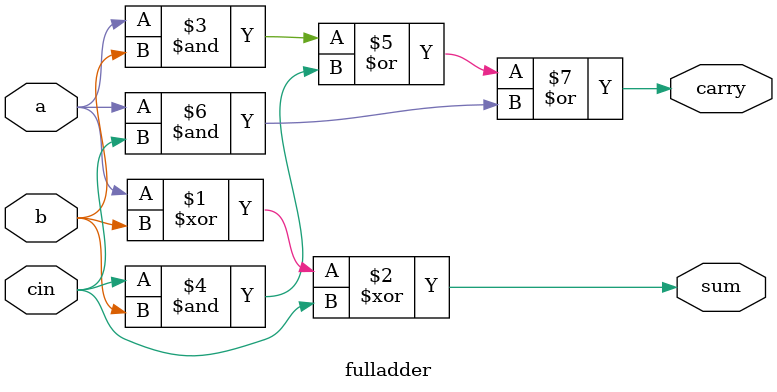
<source format=v>
module csa(x,y,cin,sum,cout);
//port declaration
input [63:0] x,y,cin;
output [63:0] sum;
output cout;
//internal wire declaration            
wire [63:0] c1,s1,c2;
wire cout1;
//gate instantiation
fulladder fa1(x[0],y[0],cin[0],s1[0],c1[0]);
fulladder fa2(x[1],y[1],cin[1],s1[1],c1[1]);
fulladder fa3(x[2],y[2],cin[2],s1[2],c1[2]);
fulladder fa4(x[3],y[3],cin[3],s1[3],c1[3]); 
fulladder fa5(x[4],y[4],cin[4],s1[4],c1[4]);
fulladder fa6(x[5],y[5],cin[5],s1[5],c1[5]);
fulladder fa7(x[6],y[6],cin[6],s1[6],c1[6]);
fulladder fa8(x[7],y[7],cin[7],s1[7],c1[7]);
fulladder fa9(x[8],y[8],cin[8],s1[8],c1[8]);
fulladder fa10(x[9],y[9],cin[9],s1[9],c1[9]);
fulladder fa11(x[10],y[10],cin[10],s1[10],c1[10]);
fulladder fa12(x[11],y[11],cin[11],s1[11],c1[11]);
fulladder fa13(x[12],y[12],cin[12],s1[12],c1[12]);
fulladder fa14(x[13],y[13],cin[13],s1[13],c1[13]);
fulladder fa15(x[14],y[14],cin[14],s1[14],c1[14]);
fulladder fa16(x[15],y[15],cin[15],s1[15],c1[15]);
fulladder fa17(x[16],y[16],cin[16],s1[16],c1[16]);
fulladder fa18(x[17],y[17],cin[17],s1[17],c1[17]);
fulladder fa19(x[18],y[18],cin[18],s1[18],c1[18]);
fulladder fa20(x[19],y[19],cin[19],s1[19],c1[19]);
fulladder fa21(x[20],y[20],cin[20],s1[20],c1[20]);
fulladder fa22(x[21],y[21],cin[21],s1[21],c1[21]);
fulladder fa23(x[22],y[22],cin[22],s1[22],c1[22]);
fulladder fa24(x[23],y[23],cin[23],s1[23],c1[23]);
fulladder fa25(x[24],y[24],cin[24],s1[24],c1[24]);
fulladder fa26(x[25],y[25],cin[25],s1[25],c1[25]);
fulladder fa27(x[26],y[26],cin[26],s1[26],c1[26]);
fulladder fa28(x[27],y[27],cin[27],s1[27],c1[27]);
fulladder fa29(x[28],y[28],cin[28],s1[28],c1[28]);
fulladder fa30(x[29],y[29],cin[29],s1[29],c1[29]);
fulladder fa31(x[30],y[30],cin[30],s1[30],c1[30]);
fulladder fa32(x[31],y[31],cin[31],s1[31],c1[31]);
fulladder fa33(x[32],y[32],cin[32],s1[32],c1[32]);
fulladder fa34(x[33],y[33],cin[33],s1[33],c1[33]);
fulladder fa35(x[34],y[34],cin[34],s1[34],c1[34]);
fulladder fa36(x[35],y[35],cin[35],s1[35],c1[35]);
fulladder fa37(x[36],y[36],cin[36],s1[36],c1[36]);
fulladder fa38(x[37],y[37],cin[37],s1[37],c1[37]);
fulladder fa39(x[38],y[38],cin[38],s1[38],c1[38]);
fulladder fa40(x[39],y[39],cin[39],s1[39],c1[39]);
fulladder fa41(x[40],y[40],cin[40],s1[40],c1[40]);
fulladder fa42(x[41],y[41],cin[41],s1[41],c1[41]);
fulladder fa43(x[42],y[42],cin[42],s1[42],c1[42]);
fulladder fa44(x[43],y[43],cin[43],s1[43],c1[43]);
fulladder fa45(x[44],y[44],cin[44],s1[44],c1[44]);
fulladder fa46(x[45],y[45],cin[45],s1[45],c1[45]);
fulladder fa47(x[46],y[46],cin[46],s1[46],c1[46]);
fulladder fa48(x[47],y[47],cin[47],s1[47],c1[47]);
fulladder fa49(x[48],y[48],cin[48],s1[48],c1[48]);
fulladder fa50(x[49],y[49],cin[49],s1[49],c1[49]);
fulladder fa51(x[50],y[50],cin[50],s1[50],c1[50]);
fulladder fa52(x[51],y[51],cin[51],s1[51],c1[51]);
fulladder fa53(x[52],y[52],cin[52],s1[52],c1[52]);
fulladder fa54(x[53],y[53],cin[53],s1[53],c1[53]);
fulladder fa55(x[54],y[54],cin[54],s1[54],c1[54]);
fulladder fa56(x[55],y[55],cin[55],s1[55],c1[55]);
fulladder fa57(x[56],y[56],cin[56],s1[56],c1[56]);
fulladder fa58(x[57],y[57],cin[57],s1[57],c1[57]);
fulladder fa59(x[58],y[58],cin[58],s1[58],c1[58]);
fulladder fa60(x[59],y[59],cin[59],s1[59],c1[59]);
fulladder fa61(x[60],y[60],cin[60],s1[60],c1[60]);
fulladder fa62(x[61],y[61],cin[61],s1[61],c1[61]);
fulladder fa63(x[62],y[62],cin[62],s1[62],c1[62]);
fulladder fa64(x[63],y[63],cin[63],s1[63],c1[63]);

//level2
assign c2[0]=1'b0;
fulladder f1(s1[1],c1[0],c2[0],sum[1],c2[1]);
fulladder f2(s1[2],c1[1],c2[1],sum[2],c2[2]);
fulladder f3(s1[3],c1[2],c2[2],sum[3],c2[3]);
fulladder f4(s1[4],c1[3],c2[3],sum[4],c2[4]); 
fulladder f5(s1[5],c1[4],c2[4],sum[5],c2[5]);
fulladder f6(s1[6],c1[5],c2[5],sum[6],c2[6]);
fulladder f7(s1[7],c1[6],c2[6],sum[7],c2[7]);
fulladder f8(s1[8],c1[7],c2[7],sum[8],c2[8]); 
fulladder f9(s1[9],c1[8],c2[8],sum[9],c2[9]);
fulladder f10(s1[10],c1[9],c2[9],sum[10],c2[10]);
fulladder f11(s1[11],c1[10],c2[10],sum[11],c2[11]);
fulladder f12(s1[12],c1[11],c2[11],sum[12],c2[12]); 
fulladder f13(s1[13],c1[12],c2[12],sum[13],c2[13]);
fulladder f14(s1[14],c1[13],c2[13],sum[14],c2[14]);
fulladder f15(s1[15],c1[14],c2[14],sum[15],c2[15]);
fulladder f16(s1[16],c1[15],c2[15],sum[16],c2[16]); 
fulladder f17(s1[17],c1[16],c2[16],sum[17],c2[17]);
fulladder f18(s1[18],c1[17],c2[17],sum[18],c2[18]);
fulladder f19(s1[19],c1[18],c2[18],sum[19],c2[19]);
fulladder f20(s1[20],c1[19],c2[19],sum[20],c2[20]); 
fulladder f21(s1[21],c1[20],c2[20],sum[21],c2[21]);
fulladder f22(s1[22],c1[21],c2[21],sum[22],c2[22]);
fulladder f23(s1[23],c1[22],c2[22],sum[23],c2[23]);
fulladder f24(s1[24],c1[23],c2[23],sum[24],c2[24]); 
fulladder f25(s1[25],c1[24],c2[24],sum[25],c2[25]);
fulladder f26(s1[26],c1[25],c2[25],sum[26],c2[26]);
fulladder f27(s1[27],c1[26],c2[26],sum[27],c2[27]);
fulladder f28(s1[28],c1[27],c2[27],sum[28],c2[28]); 
fulladder f29(s1[29],c1[28],c2[28],sum[29],c2[29]);
fulladder f30(s1[30],c1[29],c2[29],sum[30],c2[30]);
fulladder f31(s1[31],c1[30],c2[30],sum[31],c2[31]);
fulladder f32(s1[32],c1[31],c2[31],sum[32],c2[32]); 
fulladder f33(s1[33],c1[32],c2[32],sum[33],c2[33]);
fulladder f34(s1[34],c1[33],c2[33],sum[34],c2[34]);
fulladder f35(s1[35],c1[34],c2[34],sum[35],c2[35]);
fulladder f36(s1[36],c1[35],c2[35],sum[36],c2[36]); 
fulladder f37(s1[37],c1[36],c2[36],sum[37],c2[37]);
fulladder f38(s1[38],c1[37],c2[37],sum[38],c2[38]);
fulladder f39(s1[39],c1[38],c2[38],sum[39],c2[39]);
fulladder f40(s1[40],c1[39],c2[39],sum[40],c2[40]); 
fulladder f41(s1[41],c1[40],c2[40],sum[41],c2[41]);
fulladder f42(s1[42],c1[41],c2[41],sum[42],c2[42]);
fulladder f43(s1[43],c1[42],c2[42],sum[43],c2[43]);
fulladder f44(s1[44],c1[43],c2[43],sum[44],c2[44]); 
fulladder f45(s1[45],c1[44],c2[44],sum[45],c2[45]);
fulladder f46(s1[46],c1[45],c2[45],sum[46],c2[46]);
fulladder f47(s1[47],c1[46],c2[46],sum[47],c2[47]);
fulladder f48(s1[48],c1[47],c2[47],sum[48],c2[48]); 
fulladder f49(s1[49],c1[48],c2[48],sum[49],c2[49]);
fulladder f50(s1[50],c1[49],c2[49],sum[50],c2[50]);
fulladder f51(s1[51],c1[50],c2[50],sum[51],c2[51]);
fulladder f52(s1[52],c1[51],c2[51],sum[52],c2[52]); 
fulladder f53(s1[53],c1[52],c2[52],sum[53],c2[53]);
fulladder f54(s1[54],c1[53],c2[53],sum[54],c2[54]);
fulladder f55(s1[55],c1[54],c2[54],sum[55],c2[55]);
fulladder f56(s1[56],c1[55],c2[55],sum[56],c2[56]); 
fulladder f57(s1[57],c1[56],c2[56],sum[57],c2[57]);
fulladder f58(s1[58],c1[57],c2[57],sum[58],c2[58]);
fulladder f59(s1[59],c1[58],c2[58],sum[59],c2[59]);
fulladder f60(s1[60],c1[59],c2[59],sum[60],c2[60]); 
fulladder f61(s1[61],c1[60],c2[60],sum[61],c2[61]);
fulladder f62(s1[62],c1[61],c2[61],sum[62],c2[62]);
fulladder f63(s1[63],c1[62],c2[62],sum[63],c2[63]);
fulladder f64(1'b0,c1[63],c2[63],cout,cout1); 

assign sum[0] = s1[0];
//endmodule declaration
endmodule



//module declaration
module fulladder(a,b,cin,sum,carry);
//port declaration
input a,b,cin;
output sum,carry;
//gate instantiation            
assign sum = a^b^cin;
assign carry =(a & b)|(cin & b)|(a & cin);
//endmodule declaration
endmodule

</source>
